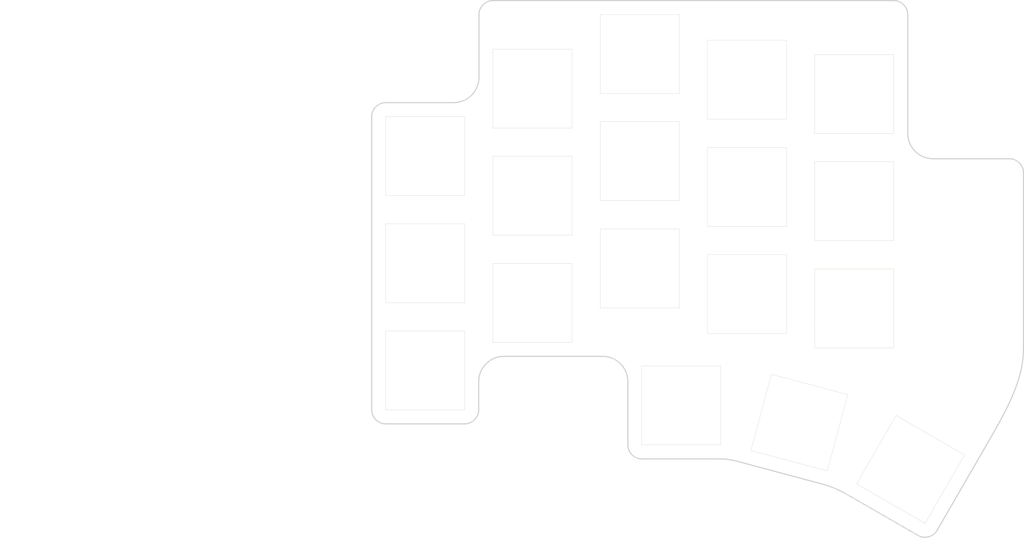
<source format=kicad_pcb>
(kicad_pcb (version 20240108) (generator "pcbnew") (generator_version "8.0")
  (title_block (title "dilemma") (rev "2") (company "bastardkb"))
  (layers (0 "F.Cu" signal) (31 "B.Cu" signal) (34 "B.Paste" user) (35 "F.Paste" user) (36 "B.SilkS" user "B.Silkscreen") (37 "F.SilkS" user "F.Silkscreen") (38 "B.Mask" user) (39 "F.Mask" user) (44 "Edge.Cuts" user))
  (net 0 "")
  (footprint "local-libraries:M2_Mounting_Hole" (layer "F.Cu") (at 188.368798 84.421819)
    (property "Reference" "H5009" (hide yes))
    (property "Value" "NA_Mount")
    (pad "" np_thru_hole circle (at 0 0) (size 4.1 4.1) (drill 4.1) (layers "F&B.Cu" "*.Mask"))
  )
  (footprint "local-libraries:M2_Mounting_Hole" (layer "F.Cu") (at 203.968798 52.271819)
    (property "Reference" "H5007" (hide yes))
    (property "Value" "NA_Mount")
    (pad "" np_thru_hole circle (at 0 0) (size 4.1 4.1) (drill 4.1) (layers "F&B.Cu" "*.Mask"))
  )
  (footprint "local-libraries:M2_Mounting_Hole" (layer "F.Cu") (at 131.368798 47.421819)
    (property "Reference" "H5004" (hide yes))
    (property "Value" "NA_Mount")
    (pad "" np_thru_hole circle (at 0 0) (size 4.1 4.1) (drill 4.1) (layers "F&B.Cu" "*.Mask"))
  )
  (footprint "local-libraries:M2_Mounting_Hole" (layer "F.Cu") (at 115.718798 82.271819)
    (property "Reference" "H5003" (hide yes))
    (property "Value" "NA_Mount")
    (pad "" np_thru_hole circle (at 0 0) (size 4.1 4.1) (drill 4.1) (layers "F&B.Cu" "*.Mask"))
  )
  (footprint "local-libraries:SW_Kailh_Choc_V2_1.00u_plate_cutout" (layer "B.Cu") (at 121.863808 72.7475 180)
    (property "Reference" "SW102" (hide yes))
    (property "Value" "NA_SW_Push" (hide yes))
    (fp_line (start 7 7) (end -7 7) (stroke (width 0.05)) (layer "Edge.Cuts"))
    (fp_line (start 7 -7) (end 7 7) (stroke (width 0.05)) (layer "Edge.Cuts"))
    (fp_line (start -7 7) (end -7 -7) (stroke (width 0.05)) (layer "Edge.Cuts"))
    (fp_line (start -7 -7) (end 7 -7) (stroke (width 0.05)) (layer "Edge.Cuts"))
  )
  (footprint "local-libraries:SW_Kailh_Choc_V2_1.00u_plate_cutout" (layer "B.Cu") (at 178.863808 40.2225 180)
    (property "Reference" "SW112" (hide yes))
    (property "Value" "NA_SW_Push" (hide yes))
    (fp_line (start 7 7) (end -7 7) (stroke (width 0.05)) (layer "Edge.Cuts"))
    (fp_line (start 7 -7) (end 7 7) (stroke (width 0.05)) (layer "Edge.Cuts"))
    (fp_line (start -7 7) (end -7 -7) (stroke (width 0.05)) (layer "Edge.Cuts"))
    (fp_line (start -7 -7) (end 7 -7) (stroke (width 0.05)) (layer "Edge.Cuts"))
  )
  (footprint "local-libraries:SW_Kailh_Choc_V2_1.00u_plate_cutout" (layer "B.Cu") (at 159.888808 73.6475 180)
    (property "Reference" "SW109" (hide yes))
    (property "Value" "NA_SW_Push" (hide yes))
    (fp_line (start 7 7) (end -7 7) (stroke (width 0.05)) (layer "Edge.Cuts"))
    (fp_line (start 7 -7) (end 7 7) (stroke (width 0.05)) (layer "Edge.Cuts"))
    (fp_line (start -7 7) (end -7 -7) (stroke (width 0.05)) (layer "Edge.Cuts"))
    (fp_line (start -7 -7) (end 7 -7) (stroke (width 0.05)) (layer "Edge.Cuts"))
  )
  (footprint "local-libraries:SW_Kailh_Choc_V2_1.00u_plate_cutout" (layer "B.Cu") (at 178.863808 59.2225 180)
    (property "Reference" "SW113" (hide yes))
    (property "Value" "NA_SW_Push" (hide yes))
    (fp_line (start 7 7) (end -7 7) (stroke (width 0.05)) (layer "Edge.Cuts"))
    (fp_line (start 7 -7) (end 7 7) (stroke (width 0.05)) (layer "Edge.Cuts"))
    (fp_line (start -7 7) (end -7 -7) (stroke (width 0.05)) (layer "Edge.Cuts"))
    (fp_line (start -7 -7) (end 7 -7) (stroke (width 0.05)) (layer "Edge.Cuts"))
  )
  (footprint "local-libraries:SW_Kailh_Choc_V2_1.00u_plate_cutout" (layer "B.Cu") (at 140.863808 79.7725 180)
    (property "Reference" "SW106" (hide yes))
    (property "Value" "NA_SW_Push" (hide yes))
    (fp_line (start 7 7) (end -7 7) (stroke (width 0.05)) (layer "Edge.Cuts"))
    (fp_line (start 7 -7) (end 7 7) (stroke (width 0.05)) (layer "Edge.Cuts"))
    (fp_line (start -7 7) (end -7 -7) (stroke (width 0.05)) (layer "Edge.Cuts"))
    (fp_line (start -7 -7) (end 7 -7) (stroke (width 0.05)) (layer "Edge.Cuts"))
  )
  (footprint "local-libraries:SW_Kailh_Choc_V2_1.00u_plate_cutout" (layer "B.Cu") (at 197.863808 61.7475 180)
    (property "Reference" "SW116" (hide yes))
    (property "Value" "NA_SW_Push" (hide yes))
    (fp_line (start 7 7) (end -7 7) (stroke (width 0.05)) (layer "Edge.Cuts"))
    (fp_line (start 7 -7) (end 7 7) (stroke (width 0.05)) (layer "Edge.Cuts"))
    (fp_line (start -7 7) (end -7 -7) (stroke (width 0.05)) (layer "Edge.Cuts"))
    (fp_line (start -7 -7) (end 7 -7) (stroke (width 0.05)) (layer "Edge.Cuts"))
  )
  (footprint "local-libraries:SW_Kailh_Choc_V2_1.00u_plate_cutout" (layer "B.Cu") (at 207.838808 109.2975 150)
    (property "Reference" "SW119" (hide yes))
    (property "Value" "NA_SW_Push" (hide yes))
    (fp_line (start 7 -7) (end 7 7) (stroke (width 0.05)) (layer "Edge.Cuts"))
    (fp_line (start 7 7) (end -7 7) (stroke (width 0.05)) (layer "Edge.Cuts"))
    (fp_line (start -7 -7) (end 7 -7) (stroke (width 0.05)) (layer "Edge.Cuts"))
    (fp_line (start -7 7) (end -7 -7) (stroke (width 0.05)) (layer "Edge.Cuts"))
  )
  (footprint "local-libraries:SW_Kailh_Choc_V2_1.00u_plate_cutout" (layer "B.Cu") (at 140.863808 41.7725 180)
    (property "Reference" "SW104" (hide yes))
    (property "Value" "NA_SW_Push" (hide yes))
    (fp_line (start 7 7) (end -7 7) (stroke (width 0.05)) (layer "Edge.Cuts"))
    (fp_line (start 7 -7) (end 7 7) (stroke (width 0.05)) (layer "Edge.Cuts"))
    (fp_line (start -7 7) (end -7 -7) (stroke (width 0.05)) (layer "Edge.Cuts"))
    (fp_line (start -7 -7) (end 7 -7) (stroke (width 0.05)) (layer "Edge.Cuts"))
  )
  (footprint "local-libraries:SW_Kailh_Choc_V2_1.00u_plate_cutout" (layer "B.Cu") (at 197.863808 80.7475 180)
    (property "Reference" "SW117" (hide yes))
    (property "Value" "NA_SW_Push" (hide yes))
    (fp_line (start 7 7) (end -7 7) (stroke (width 0.05)) (layer "Edge.Cuts"))
    (fp_line (start 7 -7) (end 7 7) (stroke (width 0.05)) (layer "Edge.Cuts"))
    (fp_line (start -7 7) (end -7 -7) (stroke (width 0.05)) (layer "Edge.Cuts"))
    (fp_line (start -7 -7) (end 7 -7) (stroke (width 0.05)) (layer "Edge.Cuts"))
  )
  (footprint "local-libraries:SW_Kailh_Choc_V2_1.00u_plate_cutout" (layer "B.Cu") (at 121.863808 53.7475 180)
    (property "Reference" "SW101" (hide yes))
    (property "Value" "NA_SW_Push" (hide yes))
    (fp_line (start 7 7) (end -7 7) (stroke (width 0.05)) (layer "Edge.Cuts"))
    (fp_line (start 7 -7) (end 7 7) (stroke (width 0.05)) (layer "Edge.Cuts"))
    (fp_line (start -7 7) (end -7 -7) (stroke (width 0.05)) (layer "Edge.Cuts"))
    (fp_line (start -7 -7) (end 7 -7) (stroke (width 0.05)) (layer "Edge.Cuts"))
  )
  (footprint "local-libraries:SW_Kailh_Choc_V2_1.00u_plate_cutout" (layer "B.Cu") (at 178.863808 78.2225 180)
    (property "Reference" "SW114" (hide yes))
    (property "Value" "NA_SW_Push" (hide yes))
    (fp_line (start 7 7) (end -7 7) (stroke (width 0.05)) (layer "Edge.Cuts"))
    (fp_line (start 7 -7) (end 7 7) (stroke (width 0.05)) (layer "Edge.Cuts"))
    (fp_line (start -7 7) (end -7 -7) (stroke (width 0.05)) (layer "Edge.Cuts"))
    (fp_line (start -7 -7) (end 7 -7) (stroke (width 0.05)) (layer "Edge.Cuts"))
  )
  (footprint "local-libraries:SW_Kailh_Choc_V2_1.00u_plate_cutout" (layer "B.Cu") (at 159.888808 54.6475 180)
    (property "Reference" "SW108" (hide yes))
    (property "Value" "NA_SW_Push" (hide yes))
    (fp_line (start 7 7) (end -7 7) (stroke (width 0.05)) (layer "Edge.Cuts"))
    (fp_line (start 7 -7) (end 7 7) (stroke (width 0.05)) (layer "Edge.Cuts"))
    (fp_line (start -7 7) (end -7 -7) (stroke (width 0.05)) (layer "Edge.Cuts"))
    (fp_line (start -7 -7) (end 7 -7) (stroke (width 0.05)) (layer "Edge.Cuts"))
  )
  (footprint "local-libraries:SW_Kailh_Choc_V2_1.00u_plate_cutout" (layer "B.Cu") (at 121.863808 91.7475 180)
    (property "Reference" "SW103" (hide yes))
    (property "Value" "NA_SW_Push" (hide yes))
    (fp_line (start 7 7) (end -7 7) (stroke (width 0.05)) (layer "Edge.Cuts"))
    (fp_line (start 7 -7) (end 7 7) (stroke (width 0.05)) (layer "Edge.Cuts"))
    (fp_line (start -7 7) (end -7 -7) (stroke (width 0.05)) (layer "Edge.Cuts"))
    (fp_line (start -7 -7) (end 7 -7) (stroke (width 0.05)) (layer "Edge.Cuts"))
  )
  (footprint "local-libraries:SW_Kailh_Choc_V2_1.00u_plate_cutout" (layer "B.Cu") (at 167.238808 97.96 180)
    (property "Reference" "SW3001" (hide yes))
    (property "Value" "NA_SW_Push" (hide yes))
    (fp_line (start 7 7) (end -7 7) (stroke (width 0.05)) (layer "Edge.Cuts"))
    (fp_line (start 7 -7) (end 7 7) (stroke (width 0.05)) (layer "Edge.Cuts"))
    (fp_line (start -7 7) (end -7 -7) (stroke (width 0.05)) (layer "Edge.Cuts"))
    (fp_line (start -7 -7) (end 7 -7) (stroke (width 0.05)) (layer "Edge.Cuts"))
  )
  (footprint "local-libraries:SW_Kailh_Choc_V2_1.00u_plate_cutout" (layer "B.Cu") (at 188.138808 100.9975 165)
    (property "Reference" "SW118" (hide yes))
    (property "Value" "NA_SW_Push" (hide yes))
    (fp_line (start 7 -7) (end 7 7) (stroke (width 0.05)) (layer "Edge.Cuts"))
    (fp_line (start 7 7) (end -7 7) (stroke (width 0.05)) (layer "Edge.Cuts"))
    (fp_line (start -7 -7) (end 7 -7) (stroke (width 0.05)) (layer "Edge.Cuts"))
    (fp_line (start -7 7) (end -7 -7) (stroke (width 0.05)) (layer "Edge.Cuts"))
  )
  (footprint "local-libraries:SW_Kailh_Choc_V2_1.00u_plate_cutout" (layer "B.Cu") (at 140.863808 60.7725 180)
    (property "Reference" "SW105" (hide yes))
    (property "Value" "NA_SW_Push" (hide yes))
    (fp_line (start 7 7) (end -7 7) (stroke (width 0.05)) (layer "Edge.Cuts"))
    (fp_line (start 7 -7) (end 7 7) (stroke (width 0.05)) (layer "Edge.Cuts"))
    (fp_line (start -7 7) (end -7 -7) (stroke (width 0.05)) (layer "Edge.Cuts"))
    (fp_line (start -7 -7) (end 7 -7) (stroke (width 0.05)) (layer "Edge.Cuts"))
  )
  (footprint "local-libraries:SW_Kailh_Choc_V2_1.00u_plate_cutout" (layer "B.Cu") (at 159.888808 35.6475 180)
    (property "Reference" "SW107" (hide yes))
    (property "Value" "NA_SW_Push" (hide yes))
    (fp_line (start 7 7) (end -7 7) (stroke (width 0.05)) (layer "Edge.Cuts"))
    (fp_line (start 7 -7) (end 7 7) (stroke (width 0.05)) (layer "Edge.Cuts"))
    (fp_line (start -7 7) (end -7 -7) (stroke (width 0.05)) (layer "Edge.Cuts"))
    (fp_line (start -7 -7) (end 7 -7) (stroke (width 0.05)) (layer "Edge.Cuts"))
  )
  (footprint "local-libraries:SW_Kailh_Choc_V2_1.00u_plate_cutout" (layer "B.Cu") (at 197.863808 42.7475 180)
    (property "Reference" "SW115" (hide yes))
    (property "Value" "NA_SW_Push" (hide yes))
    (fp_line (start 7 7) (end -7 7) (stroke (width 0.05)) (layer "Edge.Cuts"))
    (fp_line (start 7 -7) (end 7 7) (stroke (width 0.05)) (layer "Edge.Cuts"))
    (fp_line (start -7 7) (end -7 -7) (stroke (width 0.05)) (layer "Edge.Cuts"))
    (fp_line (start -7 -7) (end 7 -7) (stroke (width 0.05)) (layer "Edge.Cuts"))
  )
  (gr_curve (pts (xy 220.807881 105.787975) (xy 220.381763 106.524674) (xy 219.955692 107.260742) (xy 219.531888 107.994792)) (stroke (width 0.2)) (layer "Edge.Cuts"))
  (gr_curve (pts (xy 206.147645 26.543019) (xy 206.58523 26.822323) (xy 206.962676 27.259843) (xy 207.157523 27.722588)) (stroke (width 0.2)) (layer "Edge.Cuts"))
  (gr_line (start 135.838797 89.247819) (end 153.263799 89.247819) (stroke (width 0.2)) (layer "Edge.Cuts"))
  (gr_curve (pts (xy 176.118598 107.629282) (xy 175.529025 107.515757) (xy 174.879433 107.435319) (xy 174.213798 107.435319)) (stroke (width 0.2)) (layer "Edge.Cuts"))
  (gr_curve (pts (xy 227.657523 55.772588) (xy 227.773577 56.048207) (xy 227.838798 56.334812) (xy 227.838798 56.722819)) (stroke (width 0.2)) (layer "Edge.Cuts"))
  (gr_arc (start 131.388798 39.77282) (mid 130.070779 42.9548) (end 126.8888 44.272819) (stroke (width 0.2)) (layer "Edge.Cuts"))
  (gr_curve (pts (xy 212.556888 120.075846) (xy 212.276357 120.561741) (xy 211.978631 120.818131) (xy 211.581862 121.02424)) (stroke (width 0.2)) (layer "Edge.Cuts"))
  (gr_curve (pts (xy 210.055387 121.309036) (xy 209.758667 121.271732) (xy 209.477848 121.184913) (xy 209.141825 120.990909)) (stroke (width 0.2)) (layer "Edge.Cuts"))
  (gr_curve (pts (xy 131.388798 28.672819) (xy 131.388798 28.111755) (xy 131.518441 27.740852) (xy 131.758998 27.363972)) (stroke (width 0.2)) (layer "Edge.Cuts"))
  (gr_curve (pts (xy 130.147645 100.852619) (xy 130.58523 100.573315) (xy 130.962676 100.135795) (xy 131.157523 99.67305)) (stroke (width 0.2)) (layer "Edge.Cuts"))
  (gr_line (start 227.838798 56.722819) (end 227.838798 87.722819) (stroke (width 0.2)) (layer "Edge.Cuts"))
  (gr_curve (pts (xy 114.888798 101.222819) (xy 114.327734 101.222819) (xy 113.956831 101.093176) (xy 113.579951 100.852619)) (stroke (width 0.2)) (layer "Edge.Cuts"))
  (gr_line (start 211.838798 54.222819) (end 225.338798 54.222819) (stroke (width 0.2)) (layer "Edge.Cuts"))
  (gr_curve (pts (xy 178.949155 108.344704) (xy 178.071871 108.109636) (xy 177.182335 107.83411) (xy 176.118598 107.629282)) (stroke (width 0.2)) (layer "Edge.Cuts"))
  (gr_curve (pts (xy 207.157523 27.722588) (xy 207.273577 27.998207) (xy 207.338798 28.284812) (xy 207.338798 28.672819)) (stroke (width 0.2)) (layer "Edge.Cuts"))
  (gr_curve (pts (xy 225.875461 96.284794) (xy 224.511838 99.45086) (xy 222.640504 102.619624) (xy 220.807881 105.787975)) (stroke (width 0.2)) (layer "Edge.Cuts"))
  (gr_curve (pts (xy 207.338798 49.722819) (xy 207.338798 50.627544) (xy 207.630276 51.527505) (xy 208.093277 52.215572)) (stroke (width 0.2)) (layer "Edge.Cuts"))
  (gr_line (start 114.888798 101.222819) (end 128.838798 101.222819) (stroke (width 0.2)) (layer "Edge.Cuts"))
  (gr_line (start 197.060771 114.015909) (end 209.141825 120.990909) (stroke (width 0.2)) (layer "Edge.Cuts"))
  (gr_curve (pts (xy 210.131254 53.889841) (xy 210.654245 54.105844) (xy 211.25104 54.222819) (xy 211.838798 54.222819)) (stroke (width 0.2)) (layer "Edge.Cuts"))
  (gr_curve (pts (xy 131.157523 99.67305) (xy 131.273577 99.397431) (xy 131.338798 99.110826) (xy 131.338798 98.722819)) (stroke (width 0.2)) (layer "Edge.Cuts"))
  (gr_curve (pts (xy 158.954951 107.065119) (xy 158.517366 106.785815) (xy 158.13992 106.348295) (xy 157.945073 105.88555)) (stroke (width 0.2)) (layer "Edge.Cuts"))
  (gr_curve (pts (xy 211.581862 121.02424) (xy 211.121185 121.263548) (xy 210.553559 121.371666) (xy 210.055387 121.309036)) (stroke (width 0.2)) (layer "Edge.Cuts"))
  (gr_curve (pts (xy 225.338798 54.222819) (xy 225.899862 54.222819) (xy 226.270765 54.352462) (xy 226.647645 54.593019)) (stroke (width 0.2)) (layer "Edge.Cuts"))
  (gr_line (start 133.888798 26.172819) (end 204.838798 26.172819) (stroke (width 0.2)) (layer "Edge.Cuts"))
  (gr_line (start 131.388798 28.672819) (end 131.388798 39.77282) (stroke (width 0.2)) (layer "Edge.Cuts"))
  (gr_line (start 178.949155 108.344704) (end 192.42382 111.955229) (stroke (width 0.2)) (layer "Edge.Cuts"))
  (gr_curve (pts (xy 204.838798 26.172819) (xy 205.399862 26.172819) (xy 205.770765 26.302462) (xy 206.147645 26.543019)) (stroke (width 0.2)) (layer "Edge.Cuts"))
  (gr_curve (pts (xy 112.388798 46.772819) (xy 112.388798 46.211756) (xy 112.518441 45.840852) (xy 112.758998 45.463972)) (stroke (width 0.2)) (layer "Edge.Cuts"))
  (gr_curve (pts (xy 208.093277 52.215572) (xy 208.592171 52.95698) (xy 209.263814 53.531574) (xy 210.131254 53.889841)) (stroke (width 0.2)) (layer "Edge.Cuts"))
  (gr_line (start 114.888798 44.272819) (end 126.8888 44.272819) (stroke (width 0.2)) (layer "Edge.Cuts"))
  (gr_line (start 160.263798 107.435319) (end 174.213798 107.435319) (stroke (width 0.2)) (layer "Edge.Cuts"))
  (gr_curve (pts (xy 193.506889 112.298301) (xy 193.157216 112.170735) (xy 192.793924 112.054398) (xy 192.42382 111.955229)) (stroke (width 0.2)) (layer "Edge.Cuts"))
  (gr_curve (pts (xy 113.579951 100.852619) (xy 113.142366 100.573315) (xy 112.76492 100.135795) (xy 112.570073 99.67305)) (stroke (width 0.2)) (layer "Edge.Cuts"))
  (gr_line (start 207.338798 28.672819) (end 207.338798 49.722819) (stroke (width 0.2)) (layer "Edge.Cuts"))
  (gr_curve (pts (xy 113.938567 44.454094) (xy 114.214186 44.33804) (xy 114.500791 44.272819) (xy 114.888798 44.272819)) (stroke (width 0.2)) (layer "Edge.Cuts"))
  (gr_curve (pts (xy 197.060771 114.015909) (xy 195.94823 113.373584) (xy 194.820862 112.777661) (xy 193.506889 112.298301)) (stroke (width 0.2)) (layer "Edge.Cuts"))
  (gr_curve (pts (xy 112.758998 45.463972) (xy 113.038302 45.026387) (xy 113.475822 44.648941) (xy 113.938567 44.454094)) (stroke (width 0.2)) (layer "Edge.Cuts"))
  (gr_arc (start 131.338798 93.747817) (mid 132.656817 90.565838) (end 135.838797 89.247819) (stroke (width 0.2)) (layer "Edge.Cuts"))
  (gr_curve (pts (xy 128.838798 101.222819) (xy 129.399862 101.222819) (xy 129.770765 101.093176) (xy 130.147645 100.852619)) (stroke (width 0.2)) (layer "Edge.Cuts"))
  (gr_curve (pts (xy 131.758998 27.363972) (xy 132.038302 26.926387) (xy 132.475822 26.548941) (xy 132.938567 26.354094)) (stroke (width 0.2)) (layer "Edge.Cuts"))
  (gr_arc (start 153.263799 89.247819) (mid 156.445779 90.565838) (end 157.763798 93.747817) (stroke (width 0.2)) (layer "Edge.Cuts"))
  (gr_curve (pts (xy 227.838798 87.722819) (xy 227.838798 90.719506) (xy 227.080856 93.486102) (xy 225.875461 96.284794)) (stroke (width 0.2)) (layer "Edge.Cuts"))
  (gr_line (start 157.763798 104.935319) (end 157.763798 93.747817) (stroke (width 0.2)) (layer "Edge.Cuts"))
  (gr_curve (pts (xy 160.263798 107.435319) (xy 159.702734 107.435319) (xy 159.331831 107.305676) (xy 158.954951 107.065119)) (stroke (width 0.2)) (layer "Edge.Cuts"))
  (gr_line (start 219.531888 107.994792) (end 212.556888 120.075846) (stroke (width 0.2)) (layer "Edge.Cuts"))
  (gr_curve (pts (xy 226.647645 54.593019) (xy 227.08523 54.872323) (xy 227.462676 55.309843) (xy 227.657523 55.772588)) (stroke (width 0.2)) (layer "Edge.Cuts"))
  (gr_curve (pts (xy 132.938567 26.354094) (xy 133.214186 26.23804) (xy 133.500791 26.172819) (xy 133.888798 26.172819)) (stroke (width 0.2)) (layer "Edge.Cuts"))
  (gr_curve (pts (xy 112.570073 99.67305) (xy 112.454019 99.397431) (xy 112.388798 99.110826) (xy 112.388798 98.722819)) (stroke (width 0.2)) (layer "Edge.Cuts"))
  (gr_line (start 131.338798 98.722819) (end 131.338798 93.747817) (stroke (width 0.2)) (layer "Edge.Cuts"))
  (gr_line (start 112.388798 98.722819) (end 112.388798 46.772819) (stroke (width 0.2)) (layer "Edge.Cuts"))
  (gr_curve (pts (xy 157.945073 105.88555) (xy 157.829019 105.609931) (xy 157.763798 105.323326) (xy 157.763798 104.935319)) (stroke (width 0.2)) (layer "Edge.Cuts"))
)
</source>
